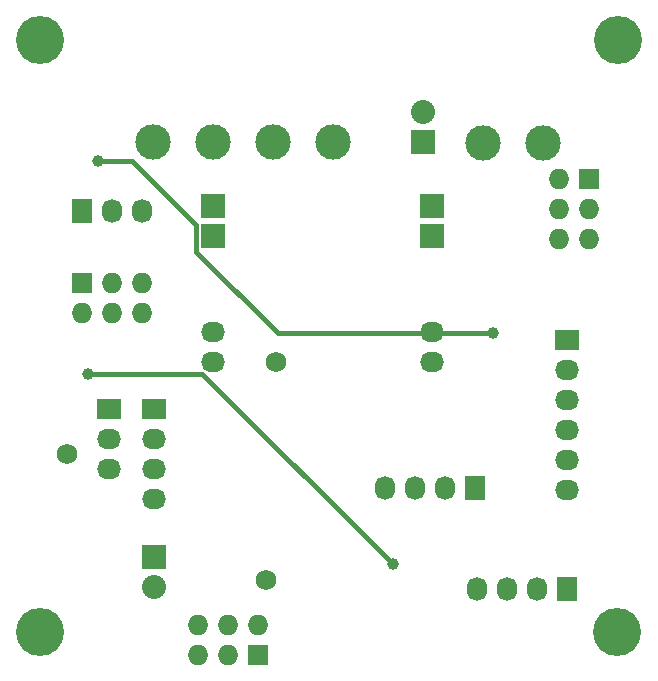
<source format=gbr>
G04 #@! TF.FileFunction,Copper,L2,Bot,Signal*
%FSLAX46Y46*%
G04 Gerber Fmt 4.6, Leading zero omitted, Abs format (unit mm)*
G04 Created by KiCad (PCBNEW 4.0.2+dfsg1-stable) date Thu 14 Apr 2016 07:40:31 AM EDT*
%MOMM*%
G01*
G04 APERTURE LIST*
%ADD10C,0.100000*%
%ADD11R,2.032000X2.032000*%
%ADD12O,2.032000X2.032000*%
%ADD13R,1.727200X2.032000*%
%ADD14O,1.727200X2.032000*%
%ADD15R,2.032000X1.727200*%
%ADD16O,2.032000X1.727200*%
%ADD17R,1.727200X1.727200*%
%ADD18O,1.727200X1.727200*%
%ADD19C,3.000000*%
%ADD20C,4.064000*%
%ADD21C,1.750000*%
%ADD22C,1.000000*%
%ADD23C,0.400000*%
G04 APERTURE END LIST*
D10*
D11*
X13589000Y10414000D03*
D12*
X13589000Y7874000D03*
D13*
X48514000Y7747000D03*
D14*
X45974000Y7747000D03*
X43434000Y7747000D03*
X40894000Y7747000D03*
D15*
X13585968Y22920348D03*
D16*
X13585968Y20380348D03*
X13585968Y17840348D03*
X13585968Y15300348D03*
D15*
X48514000Y28828999D03*
D16*
X48514000Y26288999D03*
X48514000Y23748999D03*
X48514000Y21208999D03*
X48514000Y18668999D03*
X48514000Y16128999D03*
D13*
X7493001Y39751000D03*
D14*
X10033001Y39751000D03*
X12573001Y39751000D03*
D15*
X9779000Y22920348D03*
D16*
X9779000Y20380348D03*
X9779000Y17840348D03*
D13*
X40766999Y16256000D03*
D14*
X38226999Y16256000D03*
X35686999Y16256000D03*
X33146999Y16256000D03*
D17*
X7493000Y33655000D03*
D18*
X7493000Y31115000D03*
X10033000Y33655000D03*
X10033000Y31115000D03*
X12573000Y33655000D03*
X12573000Y31115000D03*
D19*
X23622000Y45593000D03*
X28702000Y45593000D03*
X13462000Y45593000D03*
X18542000Y45593000D03*
D17*
X50419000Y42418000D03*
D18*
X47879000Y42418000D03*
X50419000Y39878000D03*
X47879000Y39878000D03*
X50419000Y37338000D03*
X47879000Y37338000D03*
D17*
X22352000Y2159000D03*
D18*
X22352000Y4699000D03*
X19812000Y2159000D03*
X19812000Y4699000D03*
X17272000Y2159000D03*
X17272000Y4699000D03*
D16*
X18542000Y26924000D03*
X18542000Y29464000D03*
X37084000Y29464000D03*
D11*
X18542000Y40132000D03*
X37084000Y40132000D03*
D16*
X37084000Y26924000D03*
D11*
X18542000Y37592000D03*
X37084000Y37592000D03*
X36322000Y45593000D03*
D12*
X36322000Y48133000D03*
D19*
X41402000Y45466000D03*
X46482000Y45466000D03*
D20*
X3875000Y4089400D03*
X52755800Y4089400D03*
X3875000Y54203000D03*
X52875000Y54203000D03*
D21*
X6175000Y19103000D03*
X23075000Y8503000D03*
X23875000Y26903000D03*
D22*
X8801543Y43956295D03*
X42223439Y29367638D03*
X7949823Y25895427D03*
X33750204Y9799536D03*
D23*
X9508649Y43956295D02*
X8801543Y43956295D01*
X17125999Y38501251D02*
X11670955Y43956295D01*
X17125999Y36255999D02*
X17125999Y38501251D01*
X42223439Y29367638D02*
X24014360Y29367638D01*
X11670955Y43956295D02*
X9508649Y43956295D01*
X24014360Y29367638D02*
X17125999Y36255999D01*
X8656929Y25895427D02*
X7949823Y25895427D01*
X33750204Y9799536D02*
X17654313Y25895427D01*
X17654313Y25895427D02*
X8656929Y25895427D01*
M02*

</source>
